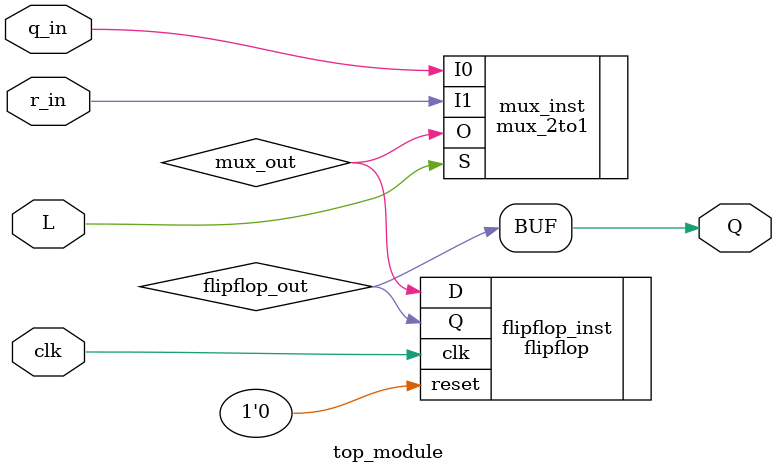
<source format=sv>
module top_module(
    input clk,
    input L,
    input q_in,
    input r_in,
    output reg Q
);

wire mux_out;
wire flipflop_out;

mux_2to1 mux_inst (
    .S(L),
    .I0(q_in),
    .I1(r_in),
    .O(mux_out)
);

flipflop flipflop_inst (
    .clk(clk),
    .D(mux_out),
    .reset(1'b0),
    .Q(flipflop_out)
);

assign Q = flipflop_out;

endmodule

</source>
